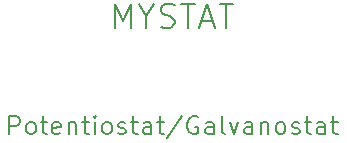
<source format=gto>
G04 #@! TF.GenerationSoftware,KiCad,Pcbnew,7.0.11+1*
G04 #@! TF.CreationDate,2024-05-06T20:44:10-04:00*
G04 #@! TF.ProjectId,frontpanel,66726f6e-7470-4616-9e65-6c2e6b696361,rev?*
G04 #@! TF.SameCoordinates,Original*
G04 #@! TF.FileFunction,Legend,Top*
G04 #@! TF.FilePolarity,Positive*
%FSLAX46Y46*%
G04 Gerber Fmt 4.6, Leading zero omitted, Abs format (unit mm)*
G04 Created by KiCad (PCBNEW 7.0.11+1) date 2024-05-06 20:44:10*
%MOMM*%
%LPD*%
G01*
G04 APERTURE LIST*
%ADD10C,0.200000*%
G04 APERTURE END LIST*
D10*
X145142856Y-87164838D02*
X145142856Y-85164838D01*
X145142856Y-85164838D02*
X145809523Y-86593409D01*
X145809523Y-86593409D02*
X146476189Y-85164838D01*
X146476189Y-85164838D02*
X146476189Y-87164838D01*
X147809522Y-86212457D02*
X147809522Y-87164838D01*
X147142856Y-85164838D02*
X147809522Y-86212457D01*
X147809522Y-86212457D02*
X148476189Y-85164838D01*
X149047618Y-87069600D02*
X149333332Y-87164838D01*
X149333332Y-87164838D02*
X149809523Y-87164838D01*
X149809523Y-87164838D02*
X149999999Y-87069600D01*
X149999999Y-87069600D02*
X150095237Y-86974361D01*
X150095237Y-86974361D02*
X150190475Y-86783885D01*
X150190475Y-86783885D02*
X150190475Y-86593409D01*
X150190475Y-86593409D02*
X150095237Y-86402933D01*
X150095237Y-86402933D02*
X149999999Y-86307695D01*
X149999999Y-86307695D02*
X149809523Y-86212457D01*
X149809523Y-86212457D02*
X149428570Y-86117219D01*
X149428570Y-86117219D02*
X149238094Y-86021980D01*
X149238094Y-86021980D02*
X149142856Y-85926742D01*
X149142856Y-85926742D02*
X149047618Y-85736266D01*
X149047618Y-85736266D02*
X149047618Y-85545790D01*
X149047618Y-85545790D02*
X149142856Y-85355314D01*
X149142856Y-85355314D02*
X149238094Y-85260076D01*
X149238094Y-85260076D02*
X149428570Y-85164838D01*
X149428570Y-85164838D02*
X149904761Y-85164838D01*
X149904761Y-85164838D02*
X150190475Y-85260076D01*
X150761904Y-85164838D02*
X151904761Y-85164838D01*
X151333332Y-87164838D02*
X151333332Y-85164838D01*
X152476190Y-86593409D02*
X153428571Y-86593409D01*
X152285714Y-87164838D02*
X152952380Y-85164838D01*
X152952380Y-85164838D02*
X153619047Y-87164838D01*
X154000000Y-85164838D02*
X155142857Y-85164838D01*
X154571428Y-87164838D02*
X154571428Y-85164838D01*
X136214284Y-96183528D02*
X136214284Y-94683528D01*
X136214284Y-94683528D02*
X136785713Y-94683528D01*
X136785713Y-94683528D02*
X136928570Y-94754957D01*
X136928570Y-94754957D02*
X136999999Y-94826385D01*
X136999999Y-94826385D02*
X137071427Y-94969242D01*
X137071427Y-94969242D02*
X137071427Y-95183528D01*
X137071427Y-95183528D02*
X136999999Y-95326385D01*
X136999999Y-95326385D02*
X136928570Y-95397814D01*
X136928570Y-95397814D02*
X136785713Y-95469242D01*
X136785713Y-95469242D02*
X136214284Y-95469242D01*
X137928570Y-96183528D02*
X137785713Y-96112100D01*
X137785713Y-96112100D02*
X137714284Y-96040671D01*
X137714284Y-96040671D02*
X137642856Y-95897814D01*
X137642856Y-95897814D02*
X137642856Y-95469242D01*
X137642856Y-95469242D02*
X137714284Y-95326385D01*
X137714284Y-95326385D02*
X137785713Y-95254957D01*
X137785713Y-95254957D02*
X137928570Y-95183528D01*
X137928570Y-95183528D02*
X138142856Y-95183528D01*
X138142856Y-95183528D02*
X138285713Y-95254957D01*
X138285713Y-95254957D02*
X138357142Y-95326385D01*
X138357142Y-95326385D02*
X138428570Y-95469242D01*
X138428570Y-95469242D02*
X138428570Y-95897814D01*
X138428570Y-95897814D02*
X138357142Y-96040671D01*
X138357142Y-96040671D02*
X138285713Y-96112100D01*
X138285713Y-96112100D02*
X138142856Y-96183528D01*
X138142856Y-96183528D02*
X137928570Y-96183528D01*
X138857142Y-95183528D02*
X139428570Y-95183528D01*
X139071427Y-94683528D02*
X139071427Y-95969242D01*
X139071427Y-95969242D02*
X139142856Y-96112100D01*
X139142856Y-96112100D02*
X139285713Y-96183528D01*
X139285713Y-96183528D02*
X139428570Y-96183528D01*
X140499999Y-96112100D02*
X140357142Y-96183528D01*
X140357142Y-96183528D02*
X140071428Y-96183528D01*
X140071428Y-96183528D02*
X139928570Y-96112100D01*
X139928570Y-96112100D02*
X139857142Y-95969242D01*
X139857142Y-95969242D02*
X139857142Y-95397814D01*
X139857142Y-95397814D02*
X139928570Y-95254957D01*
X139928570Y-95254957D02*
X140071428Y-95183528D01*
X140071428Y-95183528D02*
X140357142Y-95183528D01*
X140357142Y-95183528D02*
X140499999Y-95254957D01*
X140499999Y-95254957D02*
X140571428Y-95397814D01*
X140571428Y-95397814D02*
X140571428Y-95540671D01*
X140571428Y-95540671D02*
X139857142Y-95683528D01*
X141214284Y-95183528D02*
X141214284Y-96183528D01*
X141214284Y-95326385D02*
X141285713Y-95254957D01*
X141285713Y-95254957D02*
X141428570Y-95183528D01*
X141428570Y-95183528D02*
X141642856Y-95183528D01*
X141642856Y-95183528D02*
X141785713Y-95254957D01*
X141785713Y-95254957D02*
X141857142Y-95397814D01*
X141857142Y-95397814D02*
X141857142Y-96183528D01*
X142357142Y-95183528D02*
X142928570Y-95183528D01*
X142571427Y-94683528D02*
X142571427Y-95969242D01*
X142571427Y-95969242D02*
X142642856Y-96112100D01*
X142642856Y-96112100D02*
X142785713Y-96183528D01*
X142785713Y-96183528D02*
X142928570Y-96183528D01*
X143428570Y-96183528D02*
X143428570Y-95183528D01*
X143428570Y-94683528D02*
X143357142Y-94754957D01*
X143357142Y-94754957D02*
X143428570Y-94826385D01*
X143428570Y-94826385D02*
X143499999Y-94754957D01*
X143499999Y-94754957D02*
X143428570Y-94683528D01*
X143428570Y-94683528D02*
X143428570Y-94826385D01*
X144357142Y-96183528D02*
X144214285Y-96112100D01*
X144214285Y-96112100D02*
X144142856Y-96040671D01*
X144142856Y-96040671D02*
X144071428Y-95897814D01*
X144071428Y-95897814D02*
X144071428Y-95469242D01*
X144071428Y-95469242D02*
X144142856Y-95326385D01*
X144142856Y-95326385D02*
X144214285Y-95254957D01*
X144214285Y-95254957D02*
X144357142Y-95183528D01*
X144357142Y-95183528D02*
X144571428Y-95183528D01*
X144571428Y-95183528D02*
X144714285Y-95254957D01*
X144714285Y-95254957D02*
X144785714Y-95326385D01*
X144785714Y-95326385D02*
X144857142Y-95469242D01*
X144857142Y-95469242D02*
X144857142Y-95897814D01*
X144857142Y-95897814D02*
X144785714Y-96040671D01*
X144785714Y-96040671D02*
X144714285Y-96112100D01*
X144714285Y-96112100D02*
X144571428Y-96183528D01*
X144571428Y-96183528D02*
X144357142Y-96183528D01*
X145428571Y-96112100D02*
X145571428Y-96183528D01*
X145571428Y-96183528D02*
X145857142Y-96183528D01*
X145857142Y-96183528D02*
X145999999Y-96112100D01*
X145999999Y-96112100D02*
X146071428Y-95969242D01*
X146071428Y-95969242D02*
X146071428Y-95897814D01*
X146071428Y-95897814D02*
X145999999Y-95754957D01*
X145999999Y-95754957D02*
X145857142Y-95683528D01*
X145857142Y-95683528D02*
X145642857Y-95683528D01*
X145642857Y-95683528D02*
X145499999Y-95612100D01*
X145499999Y-95612100D02*
X145428571Y-95469242D01*
X145428571Y-95469242D02*
X145428571Y-95397814D01*
X145428571Y-95397814D02*
X145499999Y-95254957D01*
X145499999Y-95254957D02*
X145642857Y-95183528D01*
X145642857Y-95183528D02*
X145857142Y-95183528D01*
X145857142Y-95183528D02*
X145999999Y-95254957D01*
X146500000Y-95183528D02*
X147071428Y-95183528D01*
X146714285Y-94683528D02*
X146714285Y-95969242D01*
X146714285Y-95969242D02*
X146785714Y-96112100D01*
X146785714Y-96112100D02*
X146928571Y-96183528D01*
X146928571Y-96183528D02*
X147071428Y-96183528D01*
X148214286Y-96183528D02*
X148214286Y-95397814D01*
X148214286Y-95397814D02*
X148142857Y-95254957D01*
X148142857Y-95254957D02*
X148000000Y-95183528D01*
X148000000Y-95183528D02*
X147714286Y-95183528D01*
X147714286Y-95183528D02*
X147571428Y-95254957D01*
X148214286Y-96112100D02*
X148071428Y-96183528D01*
X148071428Y-96183528D02*
X147714286Y-96183528D01*
X147714286Y-96183528D02*
X147571428Y-96112100D01*
X147571428Y-96112100D02*
X147500000Y-95969242D01*
X147500000Y-95969242D02*
X147500000Y-95826385D01*
X147500000Y-95826385D02*
X147571428Y-95683528D01*
X147571428Y-95683528D02*
X147714286Y-95612100D01*
X147714286Y-95612100D02*
X148071428Y-95612100D01*
X148071428Y-95612100D02*
X148214286Y-95540671D01*
X148714286Y-95183528D02*
X149285714Y-95183528D01*
X148928571Y-94683528D02*
X148928571Y-95969242D01*
X148928571Y-95969242D02*
X149000000Y-96112100D01*
X149000000Y-96112100D02*
X149142857Y-96183528D01*
X149142857Y-96183528D02*
X149285714Y-96183528D01*
X150857143Y-94612100D02*
X149571429Y-96540671D01*
X152142858Y-94754957D02*
X152000001Y-94683528D01*
X152000001Y-94683528D02*
X151785715Y-94683528D01*
X151785715Y-94683528D02*
X151571429Y-94754957D01*
X151571429Y-94754957D02*
X151428572Y-94897814D01*
X151428572Y-94897814D02*
X151357143Y-95040671D01*
X151357143Y-95040671D02*
X151285715Y-95326385D01*
X151285715Y-95326385D02*
X151285715Y-95540671D01*
X151285715Y-95540671D02*
X151357143Y-95826385D01*
X151357143Y-95826385D02*
X151428572Y-95969242D01*
X151428572Y-95969242D02*
X151571429Y-96112100D01*
X151571429Y-96112100D02*
X151785715Y-96183528D01*
X151785715Y-96183528D02*
X151928572Y-96183528D01*
X151928572Y-96183528D02*
X152142858Y-96112100D01*
X152142858Y-96112100D02*
X152214286Y-96040671D01*
X152214286Y-96040671D02*
X152214286Y-95540671D01*
X152214286Y-95540671D02*
X151928572Y-95540671D01*
X153500001Y-96183528D02*
X153500001Y-95397814D01*
X153500001Y-95397814D02*
X153428572Y-95254957D01*
X153428572Y-95254957D02*
X153285715Y-95183528D01*
X153285715Y-95183528D02*
X153000001Y-95183528D01*
X153000001Y-95183528D02*
X152857143Y-95254957D01*
X153500001Y-96112100D02*
X153357143Y-96183528D01*
X153357143Y-96183528D02*
X153000001Y-96183528D01*
X153000001Y-96183528D02*
X152857143Y-96112100D01*
X152857143Y-96112100D02*
X152785715Y-95969242D01*
X152785715Y-95969242D02*
X152785715Y-95826385D01*
X152785715Y-95826385D02*
X152857143Y-95683528D01*
X152857143Y-95683528D02*
X153000001Y-95612100D01*
X153000001Y-95612100D02*
X153357143Y-95612100D01*
X153357143Y-95612100D02*
X153500001Y-95540671D01*
X154428572Y-96183528D02*
X154285715Y-96112100D01*
X154285715Y-96112100D02*
X154214286Y-95969242D01*
X154214286Y-95969242D02*
X154214286Y-94683528D01*
X154857143Y-95183528D02*
X155214286Y-96183528D01*
X155214286Y-96183528D02*
X155571429Y-95183528D01*
X156785715Y-96183528D02*
X156785715Y-95397814D01*
X156785715Y-95397814D02*
X156714286Y-95254957D01*
X156714286Y-95254957D02*
X156571429Y-95183528D01*
X156571429Y-95183528D02*
X156285715Y-95183528D01*
X156285715Y-95183528D02*
X156142857Y-95254957D01*
X156785715Y-96112100D02*
X156642857Y-96183528D01*
X156642857Y-96183528D02*
X156285715Y-96183528D01*
X156285715Y-96183528D02*
X156142857Y-96112100D01*
X156142857Y-96112100D02*
X156071429Y-95969242D01*
X156071429Y-95969242D02*
X156071429Y-95826385D01*
X156071429Y-95826385D02*
X156142857Y-95683528D01*
X156142857Y-95683528D02*
X156285715Y-95612100D01*
X156285715Y-95612100D02*
X156642857Y-95612100D01*
X156642857Y-95612100D02*
X156785715Y-95540671D01*
X157500000Y-95183528D02*
X157500000Y-96183528D01*
X157500000Y-95326385D02*
X157571429Y-95254957D01*
X157571429Y-95254957D02*
X157714286Y-95183528D01*
X157714286Y-95183528D02*
X157928572Y-95183528D01*
X157928572Y-95183528D02*
X158071429Y-95254957D01*
X158071429Y-95254957D02*
X158142858Y-95397814D01*
X158142858Y-95397814D02*
X158142858Y-96183528D01*
X159071429Y-96183528D02*
X158928572Y-96112100D01*
X158928572Y-96112100D02*
X158857143Y-96040671D01*
X158857143Y-96040671D02*
X158785715Y-95897814D01*
X158785715Y-95897814D02*
X158785715Y-95469242D01*
X158785715Y-95469242D02*
X158857143Y-95326385D01*
X158857143Y-95326385D02*
X158928572Y-95254957D01*
X158928572Y-95254957D02*
X159071429Y-95183528D01*
X159071429Y-95183528D02*
X159285715Y-95183528D01*
X159285715Y-95183528D02*
X159428572Y-95254957D01*
X159428572Y-95254957D02*
X159500001Y-95326385D01*
X159500001Y-95326385D02*
X159571429Y-95469242D01*
X159571429Y-95469242D02*
X159571429Y-95897814D01*
X159571429Y-95897814D02*
X159500001Y-96040671D01*
X159500001Y-96040671D02*
X159428572Y-96112100D01*
X159428572Y-96112100D02*
X159285715Y-96183528D01*
X159285715Y-96183528D02*
X159071429Y-96183528D01*
X160142858Y-96112100D02*
X160285715Y-96183528D01*
X160285715Y-96183528D02*
X160571429Y-96183528D01*
X160571429Y-96183528D02*
X160714286Y-96112100D01*
X160714286Y-96112100D02*
X160785715Y-95969242D01*
X160785715Y-95969242D02*
X160785715Y-95897814D01*
X160785715Y-95897814D02*
X160714286Y-95754957D01*
X160714286Y-95754957D02*
X160571429Y-95683528D01*
X160571429Y-95683528D02*
X160357144Y-95683528D01*
X160357144Y-95683528D02*
X160214286Y-95612100D01*
X160214286Y-95612100D02*
X160142858Y-95469242D01*
X160142858Y-95469242D02*
X160142858Y-95397814D01*
X160142858Y-95397814D02*
X160214286Y-95254957D01*
X160214286Y-95254957D02*
X160357144Y-95183528D01*
X160357144Y-95183528D02*
X160571429Y-95183528D01*
X160571429Y-95183528D02*
X160714286Y-95254957D01*
X161214287Y-95183528D02*
X161785715Y-95183528D01*
X161428572Y-94683528D02*
X161428572Y-95969242D01*
X161428572Y-95969242D02*
X161500001Y-96112100D01*
X161500001Y-96112100D02*
X161642858Y-96183528D01*
X161642858Y-96183528D02*
X161785715Y-96183528D01*
X162928573Y-96183528D02*
X162928573Y-95397814D01*
X162928573Y-95397814D02*
X162857144Y-95254957D01*
X162857144Y-95254957D02*
X162714287Y-95183528D01*
X162714287Y-95183528D02*
X162428573Y-95183528D01*
X162428573Y-95183528D02*
X162285715Y-95254957D01*
X162928573Y-96112100D02*
X162785715Y-96183528D01*
X162785715Y-96183528D02*
X162428573Y-96183528D01*
X162428573Y-96183528D02*
X162285715Y-96112100D01*
X162285715Y-96112100D02*
X162214287Y-95969242D01*
X162214287Y-95969242D02*
X162214287Y-95826385D01*
X162214287Y-95826385D02*
X162285715Y-95683528D01*
X162285715Y-95683528D02*
X162428573Y-95612100D01*
X162428573Y-95612100D02*
X162785715Y-95612100D01*
X162785715Y-95612100D02*
X162928573Y-95540671D01*
X163428573Y-95183528D02*
X164000001Y-95183528D01*
X163642858Y-94683528D02*
X163642858Y-95969242D01*
X163642858Y-95969242D02*
X163714287Y-96112100D01*
X163714287Y-96112100D02*
X163857144Y-96183528D01*
X163857144Y-96183528D02*
X164000001Y-96183528D01*
M02*

</source>
